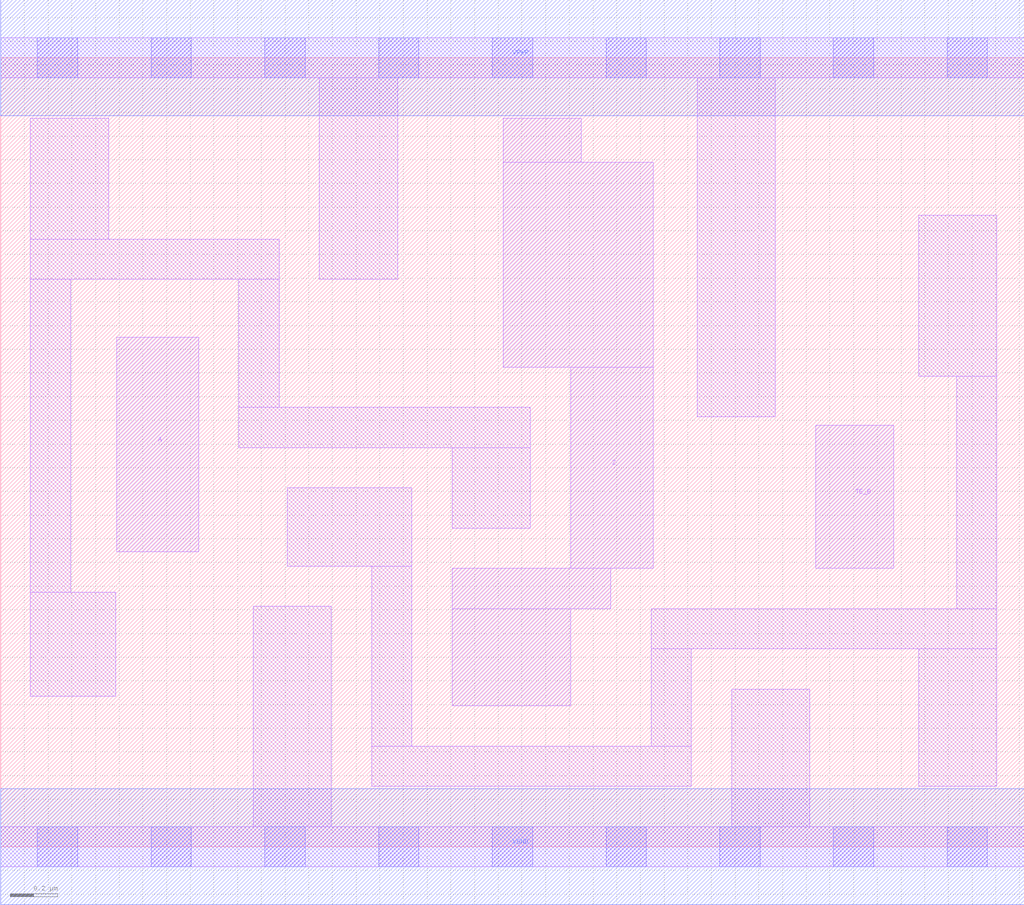
<source format=lef>
# Copyright 2020 The SkyWater PDK Authors
#
# Licensed under the Apache License, Version 2.0 (the "License");
# you may not use this file except in compliance with the License.
# You may obtain a copy of the License at
#
#     https://www.apache.org/licenses/LICENSE-2.0
#
# Unless required by applicable law or agreed to in writing, software
# distributed under the License is distributed on an "AS IS" BASIS,
# WITHOUT WARRANTIES OR CONDITIONS OF ANY KIND, either express or implied.
# See the License for the specific language governing permissions and
# limitations under the License.
#
# SPDX-License-Identifier: Apache-2.0

VERSION 5.7 ;
  NAMESCASESENSITIVE ON ;
  NOWIREEXTENSIONATPIN ON ;
  DIVIDERCHAR "/" ;
  BUSBITCHARS "[]" ;
UNITS
  DATABASE MICRONS 200 ;
END UNITS
MACRO sky130_fd_sc_lp__ebufn_lp
  CLASS CORE ;
  SOURCE USER ;
  FOREIGN sky130_fd_sc_lp__ebufn_lp ;
  ORIGIN  0.000000  0.000000 ;
  SIZE  4.320000 BY  3.330000 ;
  SYMMETRY X Y R90 ;
  SITE unit ;
  PIN A
    ANTENNAGATEAREA  0.318000 ;
    DIRECTION INPUT ;
    USE SIGNAL ;
    PORT
      LAYER li1 ;
        RECT 0.490000 1.245000 0.835000 2.150000 ;
    END
  END A
  PIN TE_B
    ANTENNAGATEAREA  0.507000 ;
    DIRECTION INPUT ;
    USE SIGNAL ;
    PORT
      LAYER li1 ;
        RECT 3.440000 1.175000 3.770000 1.780000 ;
    END
  END TE_B
  PIN Z
    ANTENNADIFFAREA  0.598500 ;
    DIRECTION OUTPUT ;
    USE SIGNAL ;
    PORT
      LAYER li1 ;
        RECT 1.905000 0.595000 2.405000 1.005000 ;
        RECT 1.905000 1.005000 2.575000 1.175000 ;
        RECT 2.120000 2.025000 2.755000 2.890000 ;
        RECT 2.120000 2.890000 2.450000 3.075000 ;
        RECT 2.405000 1.175000 2.755000 2.025000 ;
    END
  END Z
  PIN VGND
    DIRECTION INOUT ;
    USE GROUND ;
    PORT
      LAYER met1 ;
        RECT 0.000000 -0.245000 4.320000 0.245000 ;
    END
  END VGND
  PIN VPWR
    DIRECTION INOUT ;
    USE POWER ;
    PORT
      LAYER met1 ;
        RECT 0.000000 3.085000 4.320000 3.575000 ;
    END
  END VPWR
  OBS
    LAYER li1 ;
      RECT 0.000000 -0.085000 4.320000 0.085000 ;
      RECT 0.000000  3.245000 4.320000 3.415000 ;
      RECT 0.125000  0.635000 0.485000 1.075000 ;
      RECT 0.125000  1.075000 0.295000 2.395000 ;
      RECT 0.125000  2.395000 1.175000 2.565000 ;
      RECT 0.125000  2.565000 0.455000 3.075000 ;
      RECT 1.005000  1.685000 2.235000 1.855000 ;
      RECT 1.005000  1.855000 1.175000 2.395000 ;
      RECT 1.065000  0.085000 1.395000 1.015000 ;
      RECT 1.210000  1.185000 1.735000 1.515000 ;
      RECT 1.345000  2.395000 1.675000 3.245000 ;
      RECT 1.565000  0.255000 2.915000 0.425000 ;
      RECT 1.565000  0.425000 1.735000 1.185000 ;
      RECT 1.905000  1.345000 2.235000 1.685000 ;
      RECT 2.745000  0.425000 2.915000 0.835000 ;
      RECT 2.745000  0.835000 4.205000 1.005000 ;
      RECT 2.940000  1.815000 3.270000 3.245000 ;
      RECT 3.085000  0.085000 3.415000 0.665000 ;
      RECT 3.875000  0.255000 4.205000 0.835000 ;
      RECT 3.875000  1.985000 4.205000 2.665000 ;
      RECT 4.035000  1.005000 4.205000 1.985000 ;
    LAYER mcon ;
      RECT 0.155000 -0.085000 0.325000 0.085000 ;
      RECT 0.155000  3.245000 0.325000 3.415000 ;
      RECT 0.635000 -0.085000 0.805000 0.085000 ;
      RECT 0.635000  3.245000 0.805000 3.415000 ;
      RECT 1.115000 -0.085000 1.285000 0.085000 ;
      RECT 1.115000  3.245000 1.285000 3.415000 ;
      RECT 1.595000 -0.085000 1.765000 0.085000 ;
      RECT 1.595000  3.245000 1.765000 3.415000 ;
      RECT 2.075000 -0.085000 2.245000 0.085000 ;
      RECT 2.075000  3.245000 2.245000 3.415000 ;
      RECT 2.555000 -0.085000 2.725000 0.085000 ;
      RECT 2.555000  3.245000 2.725000 3.415000 ;
      RECT 3.035000 -0.085000 3.205000 0.085000 ;
      RECT 3.035000  3.245000 3.205000 3.415000 ;
      RECT 3.515000 -0.085000 3.685000 0.085000 ;
      RECT 3.515000  3.245000 3.685000 3.415000 ;
      RECT 3.995000 -0.085000 4.165000 0.085000 ;
      RECT 3.995000  3.245000 4.165000 3.415000 ;
  END
END sky130_fd_sc_lp__ebufn_lp

</source>
